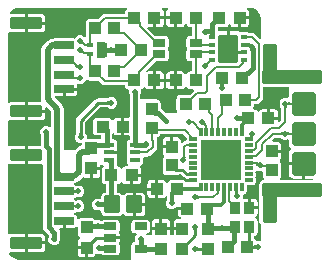
<source format=gbr>
G04*
G04 #@! TF.GenerationSoftware,Altium Limited,Altium Designer,24.7.2 (38)*
G04*
G04 Layer_Physical_Order=1*
G04 Layer_Color=12429013*
%FSLAX25Y25*%
%MOIN*%
G70*
G04*
G04 #@! TF.SameCoordinates,0AE953C0-7C88-47E9-B79E-664DAA7B62C1*
G04*
G04*
G04 #@! TF.FilePolarity,Positive*
G04*
G01*
G75*
%ADD13C,0.01575*%
G04:AMPARAMS|DCode=19|XSize=23.62mil|YSize=11.81mil|CornerRadius=0.59mil|HoleSize=0mil|Usage=FLASHONLY|Rotation=180.000|XOffset=0mil|YOffset=0mil|HoleType=Round|Shape=RoundedRectangle|*
%AMROUNDEDRECTD19*
21,1,0.02362,0.01063,0,0,180.0*
21,1,0.02244,0.01181,0,0,180.0*
1,1,0.00118,-0.01122,0.00532*
1,1,0.00118,0.01122,0.00532*
1,1,0.00118,0.01122,-0.00532*
1,1,0.00118,-0.01122,-0.00532*
%
%ADD19ROUNDEDRECTD19*%
G04:AMPARAMS|DCode=20|XSize=23.62mil|YSize=11.81mil|CornerRadius=0.59mil|HoleSize=0mil|Usage=FLASHONLY|Rotation=90.000|XOffset=0mil|YOffset=0mil|HoleType=Round|Shape=RoundedRectangle|*
%AMROUNDEDRECTD20*
21,1,0.02362,0.01063,0,0,90.0*
21,1,0.02244,0.01181,0,0,90.0*
1,1,0.00118,0.00532,0.01122*
1,1,0.00118,0.00532,-0.01122*
1,1,0.00118,-0.00532,-0.01122*
1,1,0.00118,-0.00532,0.01122*
%
%ADD20ROUNDEDRECTD20*%
G04:AMPARAMS|DCode=21|XSize=35.43mil|YSize=15.75mil|CornerRadius=1.18mil|HoleSize=0mil|Usage=FLASHONLY|Rotation=0.000|XOffset=0mil|YOffset=0mil|HoleType=Round|Shape=RoundedRectangle|*
%AMROUNDEDRECTD21*
21,1,0.03543,0.01339,0,0,0.0*
21,1,0.03307,0.01575,0,0,0.0*
1,1,0.00236,0.01654,-0.00669*
1,1,0.00236,-0.01654,-0.00669*
1,1,0.00236,-0.01654,0.00669*
1,1,0.00236,0.01654,0.00669*
%
%ADD21ROUNDEDRECTD21*%
G04:AMPARAMS|DCode=22|XSize=43.31mil|YSize=39.37mil|CornerRadius=2.95mil|HoleSize=0mil|Usage=FLASHONLY|Rotation=180.000|XOffset=0mil|YOffset=0mil|HoleType=Round|Shape=RoundedRectangle|*
%AMROUNDEDRECTD22*
21,1,0.04331,0.03347,0,0,180.0*
21,1,0.03740,0.03937,0,0,180.0*
1,1,0.00591,-0.01870,0.01673*
1,1,0.00591,0.01870,0.01673*
1,1,0.00591,0.01870,-0.01673*
1,1,0.00591,-0.01870,-0.01673*
%
%ADD22ROUNDEDRECTD22*%
G04:AMPARAMS|DCode=23|XSize=39.37mil|YSize=35.43mil|CornerRadius=1.77mil|HoleSize=0mil|Usage=FLASHONLY|Rotation=90.000|XOffset=0mil|YOffset=0mil|HoleType=Round|Shape=RoundedRectangle|*
%AMROUNDEDRECTD23*
21,1,0.03937,0.03189,0,0,90.0*
21,1,0.03583,0.03543,0,0,90.0*
1,1,0.00354,0.01595,0.01791*
1,1,0.00354,0.01595,-0.01791*
1,1,0.00354,-0.01595,-0.01791*
1,1,0.00354,-0.01595,0.01791*
%
%ADD23ROUNDEDRECTD23*%
G04:AMPARAMS|DCode=24|XSize=64.96mil|YSize=96.46mil|CornerRadius=4.87mil|HoleSize=0mil|Usage=FLASHONLY|Rotation=180.000|XOffset=0mil|YOffset=0mil|HoleType=Round|Shape=RoundedRectangle|*
%AMROUNDEDRECTD24*
21,1,0.06496,0.08671,0,0,180.0*
21,1,0.05522,0.09646,0,0,180.0*
1,1,0.00974,-0.02761,0.04336*
1,1,0.00974,0.02761,0.04336*
1,1,0.00974,0.02761,-0.04336*
1,1,0.00974,-0.02761,-0.04336*
%
%ADD24ROUNDEDRECTD24*%
G04:AMPARAMS|DCode=25|XSize=20.67mil|YSize=11.81mil|CornerRadius=0.89mil|HoleSize=0mil|Usage=FLASHONLY|Rotation=180.000|XOffset=0mil|YOffset=0mil|HoleType=Round|Shape=RoundedRectangle|*
%AMROUNDEDRECTD25*
21,1,0.02067,0.01004,0,0,180.0*
21,1,0.01890,0.01181,0,0,180.0*
1,1,0.00177,-0.00945,0.00502*
1,1,0.00177,0.00945,0.00502*
1,1,0.00177,0.00945,-0.00502*
1,1,0.00177,-0.00945,-0.00502*
%
%ADD25ROUNDEDRECTD25*%
G04:AMPARAMS|DCode=26|XSize=41.34mil|YSize=23.62mil|CornerRadius=1.18mil|HoleSize=0mil|Usage=FLASHONLY|Rotation=0.000|XOffset=0mil|YOffset=0mil|HoleType=Round|Shape=RoundedRectangle|*
%AMROUNDEDRECTD26*
21,1,0.04134,0.02126,0,0,0.0*
21,1,0.03898,0.02362,0,0,0.0*
1,1,0.00236,0.01949,-0.01063*
1,1,0.00236,-0.01949,-0.01063*
1,1,0.00236,-0.01949,0.01063*
1,1,0.00236,0.01949,0.01063*
%
%ADD26ROUNDEDRECTD26*%
G04:AMPARAMS|DCode=27|XSize=43.31mil|YSize=23.62mil|CornerRadius=1.18mil|HoleSize=0mil|Usage=FLASHONLY|Rotation=0.000|XOffset=0mil|YOffset=0mil|HoleType=Round|Shape=RoundedRectangle|*
%AMROUNDEDRECTD27*
21,1,0.04331,0.02126,0,0,0.0*
21,1,0.04095,0.02362,0,0,0.0*
1,1,0.00236,0.02047,-0.01063*
1,1,0.00236,-0.02047,-0.01063*
1,1,0.00236,-0.02047,0.01063*
1,1,0.00236,0.02047,0.01063*
%
%ADD27ROUNDEDRECTD27*%
G04:AMPARAMS|DCode=28|XSize=23.62mil|YSize=66.93mil|CornerRadius=1.18mil|HoleSize=0mil|Usage=FLASHONLY|Rotation=270.000|XOffset=0mil|YOffset=0mil|HoleType=Round|Shape=RoundedRectangle|*
%AMROUNDEDRECTD28*
21,1,0.02362,0.06457,0,0,270.0*
21,1,0.02126,0.06693,0,0,270.0*
1,1,0.00236,-0.03228,-0.01063*
1,1,0.00236,-0.03228,0.01063*
1,1,0.00236,0.03228,0.01063*
1,1,0.00236,0.03228,-0.01063*
%
%ADD28ROUNDEDRECTD28*%
G04:AMPARAMS|DCode=29|XSize=39.37mil|YSize=106.3mil|CornerRadius=1.97mil|HoleSize=0mil|Usage=FLASHONLY|Rotation=270.000|XOffset=0mil|YOffset=0mil|HoleType=Round|Shape=RoundedRectangle|*
%AMROUNDEDRECTD29*
21,1,0.03937,0.10236,0,0,270.0*
21,1,0.03543,0.10630,0,0,270.0*
1,1,0.00394,-0.05118,-0.01772*
1,1,0.00394,-0.05118,0.01772*
1,1,0.00394,0.05118,0.01772*
1,1,0.00394,0.05118,-0.01772*
%
%ADD29ROUNDEDRECTD29*%
G04:AMPARAMS|DCode=30|XSize=39.37mil|YSize=43.31mil|CornerRadius=2.95mil|HoleSize=0mil|Usage=FLASHONLY|Rotation=270.000|XOffset=0mil|YOffset=0mil|HoleType=Round|Shape=RoundedRectangle|*
%AMROUNDEDRECTD30*
21,1,0.03937,0.03740,0,0,270.0*
21,1,0.03347,0.04331,0,0,270.0*
1,1,0.00591,-0.01870,-0.01673*
1,1,0.00591,-0.01870,0.01673*
1,1,0.00591,0.01870,0.01673*
1,1,0.00591,0.01870,-0.01673*
%
%ADD30ROUNDEDRECTD30*%
G04:AMPARAMS|DCode=31|XSize=51.18mil|YSize=59.06mil|CornerRadius=3.84mil|HoleSize=0mil|Usage=FLASHONLY|Rotation=180.000|XOffset=0mil|YOffset=0mil|HoleType=Round|Shape=RoundedRectangle|*
%AMROUNDEDRECTD31*
21,1,0.05118,0.05138,0,0,180.0*
21,1,0.04350,0.05906,0,0,180.0*
1,1,0.00768,-0.02175,0.02569*
1,1,0.00768,0.02175,0.02569*
1,1,0.00768,0.02175,-0.02569*
1,1,0.00768,-0.02175,-0.02569*
%
%ADD31ROUNDEDRECTD31*%
G04:AMPARAMS|DCode=32|XSize=196.85mil|YSize=47.24mil|CornerRadius=3.54mil|HoleSize=0mil|Usage=FLASHONLY|Rotation=0.000|XOffset=0mil|YOffset=0mil|HoleType=Round|Shape=RoundedRectangle|*
%AMROUNDEDRECTD32*
21,1,0.19685,0.04016,0,0,0.0*
21,1,0.18976,0.04724,0,0,0.0*
1,1,0.00709,0.09488,-0.02008*
1,1,0.00709,-0.09488,-0.02008*
1,1,0.00709,-0.09488,0.02008*
1,1,0.00709,0.09488,0.02008*
%
%ADD32ROUNDEDRECTD32*%
G04:AMPARAMS|DCode=33|XSize=78.74mil|YSize=78.74mil|CornerRadius=5.91mil|HoleSize=0mil|Usage=FLASHONLY|Rotation=0.000|XOffset=0mil|YOffset=0mil|HoleType=Round|Shape=RoundedRectangle|*
%AMROUNDEDRECTD33*
21,1,0.07874,0.06693,0,0,0.0*
21,1,0.06693,0.07874,0,0,0.0*
1,1,0.01181,0.03347,-0.03347*
1,1,0.01181,-0.03347,-0.03347*
1,1,0.01181,-0.03347,0.03347*
1,1,0.01181,0.03347,0.03347*
%
%ADD33ROUNDEDRECTD33*%
G04:AMPARAMS|DCode=34|XSize=98.43mil|YSize=47.24mil|CornerRadius=3.54mil|HoleSize=0mil|Usage=FLASHONLY|Rotation=90.000|XOffset=0mil|YOffset=0mil|HoleType=Round|Shape=RoundedRectangle|*
%AMROUNDEDRECTD34*
21,1,0.09843,0.04016,0,0,90.0*
21,1,0.09134,0.04724,0,0,90.0*
1,1,0.00709,0.02008,0.04567*
1,1,0.00709,0.02008,-0.04567*
1,1,0.00709,-0.02008,-0.04567*
1,1,0.00709,-0.02008,0.04567*
%
%ADD34ROUNDEDRECTD34*%
G04:AMPARAMS|DCode=35|XSize=39.37mil|YSize=43.31mil|CornerRadius=2.95mil|HoleSize=0mil|Usage=FLASHONLY|Rotation=0.000|XOffset=0mil|YOffset=0mil|HoleType=Round|Shape=RoundedRectangle|*
%AMROUNDEDRECTD35*
21,1,0.03937,0.03740,0,0,0.0*
21,1,0.03347,0.04331,0,0,0.0*
1,1,0.00591,0.01673,-0.01870*
1,1,0.00591,-0.01673,-0.01870*
1,1,0.00591,-0.01673,0.01870*
1,1,0.00591,0.01673,0.01870*
%
%ADD35ROUNDEDRECTD35*%
G04:AMPARAMS|DCode=36|XSize=15.75mil|YSize=21.65mil|CornerRadius=0.79mil|HoleSize=0mil|Usage=FLASHONLY|Rotation=90.000|XOffset=0mil|YOffset=0mil|HoleType=Round|Shape=RoundedRectangle|*
%AMROUNDEDRECTD36*
21,1,0.01575,0.02008,0,0,90.0*
21,1,0.01417,0.02165,0,0,90.0*
1,1,0.00158,0.01004,0.00709*
1,1,0.00158,0.01004,-0.00709*
1,1,0.00158,-0.01004,-0.00709*
1,1,0.00158,-0.01004,0.00709*
%
%ADD36ROUNDEDRECTD36*%
G04:AMPARAMS|DCode=37|XSize=43.31mil|YSize=39.37mil|CornerRadius=2.95mil|HoleSize=0mil|Usage=FLASHONLY|Rotation=90.000|XOffset=0mil|YOffset=0mil|HoleType=Round|Shape=RoundedRectangle|*
%AMROUNDEDRECTD37*
21,1,0.04331,0.03347,0,0,90.0*
21,1,0.03740,0.03937,0,0,90.0*
1,1,0.00591,0.01673,0.01870*
1,1,0.00591,0.01673,-0.01870*
1,1,0.00591,-0.01673,-0.01870*
1,1,0.00591,-0.01673,0.01870*
%
%ADD37ROUNDEDRECTD37*%
G04:AMPARAMS|DCode=58|XSize=135.83mil|YSize=135.83mil|CornerRadius=3.4mil|HoleSize=0mil|Usage=FLASHONLY|Rotation=90.000|XOffset=0mil|YOffset=0mil|HoleType=Round|Shape=RoundedRectangle|*
%AMROUNDEDRECTD58*
21,1,0.13583,0.12903,0,0,90.0*
21,1,0.12903,0.13583,0,0,90.0*
1,1,0.00679,0.06452,0.06452*
1,1,0.00679,0.06452,-0.06452*
1,1,0.00679,-0.06452,-0.06452*
1,1,0.00679,-0.06452,0.06452*
%
%ADD58ROUNDEDRECTD58*%
%AMCUSTOMSHAPE59*
4,1,12,0.02165,-0.02362,0.01181,-0.02362,0.01181,-0.02559,-0.01181,-0.02559,-0.01181,0.02559,0.01181,0.02559,0.01181,0.02362,0.02165,0.02362,0.02165,0.00787,0.01181,0.00787,0.01181,-0.00787,0.02165,-0.00787,0.02165,-0.02362,0.0*%
%ADD59CUSTOMSHAPE59*%

%ADD60C,0.00620*%
%ADD61C,0.01772*%
%ADD62C,0.00618*%
%ADD63C,0.00799*%
%ADD64C,0.02165*%
%ADD65C,0.01000*%
%ADD66C,0.01968*%
%ADD67C,0.01181*%
%ADD68C,0.01968*%
G36*
X171456Y139904D02*
X171443Y139901D01*
X171015Y139615D01*
X170729Y139187D01*
X170628Y138681D01*
Y138344D01*
X163976D01*
X163465Y138242D01*
X163032Y137952D01*
X161735Y136655D01*
X158957D01*
X158451Y136555D01*
X158023Y136268D01*
X157737Y135840D01*
X157636Y135335D01*
Y131595D01*
X157737Y131089D01*
X157740Y131083D01*
X157694Y130772D01*
X157389Y130639D01*
X157167Y130624D01*
X156832Y130959D01*
X156103Y131261D01*
X155314D01*
X154584Y130959D01*
X154026Y130401D01*
X153902Y130100D01*
X153622Y130156D01*
X147165D01*
X146729Y130069D01*
X146593Y129978D01*
X146375D01*
X145562Y129816D01*
X144873Y129356D01*
X143380Y127863D01*
X142920Y127174D01*
X142758Y126362D01*
Y109843D01*
X142847Y109397D01*
X142453Y108897D01*
X138295D01*
Y106405D01*
X144134D01*
Y106934D01*
X144596Y107126D01*
X146019Y105702D01*
Y100747D01*
X145519Y100539D01*
X144883Y100803D01*
X144093D01*
X143364Y100501D01*
X142806Y99943D01*
X142503Y99214D01*
Y98424D01*
X142565Y98276D01*
Y94331D01*
X138295D01*
Y91339D01*
Y88347D01*
X142913D01*
X142966Y88357D01*
X143353Y88040D01*
Y67323D01*
X143499Y66587D01*
X143916Y65963D01*
X145246Y64633D01*
Y63750D01*
X145185Y63601D01*
Y62812D01*
X145487Y62083D01*
X146045Y61524D01*
X146774Y61222D01*
X147564D01*
X148293Y61524D01*
X148851Y62083D01*
X149153Y62812D01*
Y63601D01*
X149091Y63750D01*
Y65430D01*
X148945Y66166D01*
X148663Y66588D01*
X148912Y67088D01*
X149894D01*
Y69291D01*
X150894D01*
Y67088D01*
X153622D01*
X154058Y67175D01*
X154380Y67390D01*
X154605Y67335D01*
X154880Y67199D01*
Y65256D01*
X154981Y64750D01*
X155267Y64322D01*
X155695Y64036D01*
X155702Y64034D01*
Y63525D01*
X155695Y63523D01*
X155267Y63237D01*
X154981Y62809D01*
X154880Y62303D01*
Y60933D01*
X157874D01*
Y60433D01*
X158374D01*
Y57242D01*
X159547D01*
X160053Y57343D01*
X160481Y57629D01*
X160767Y58058D01*
X160783Y58136D01*
X161224Y58372D01*
X161513Y58252D01*
X161820D01*
X162006Y58215D01*
X162865D01*
X162895Y58170D01*
X163265Y57923D01*
X163701Y57836D01*
X167795D01*
X168231Y57923D01*
X168601Y58170D01*
X168849Y58540D01*
X168935Y58976D01*
Y61102D01*
X168849Y61539D01*
X168601Y61909D01*
Y61910D01*
X168849Y62280D01*
X168935Y62717D01*
Y63279D01*
X165748D01*
Y64280D01*
X168935D01*
Y64842D01*
X168849Y65279D01*
X168602Y65650D01*
X168849Y66020D01*
X168935Y66457D01*
Y68583D01*
X168849Y69019D01*
X168601Y69389D01*
X168231Y69636D01*
X167795Y69723D01*
X163701D01*
X163265Y69636D01*
X162975Y69442D01*
X162829D01*
X162206Y69701D01*
X161416D01*
X161177Y69602D01*
X160700D01*
X160481Y69930D01*
X160053Y70216D01*
X159547Y70317D01*
X156201D01*
X155695Y70216D01*
X155267Y69930D01*
X155262Y69923D01*
X154762Y70074D01*
Y70354D01*
X154675Y70791D01*
X154428Y71161D01*
X154058Y71408D01*
X153681Y71483D01*
Y72021D01*
X154058Y72096D01*
X154426Y72342D01*
X154771Y72199D01*
X155561D01*
X156290Y72501D01*
X156848Y73059D01*
X157150Y73789D01*
Y74578D01*
X156848Y75307D01*
X156290Y75865D01*
X155561Y76168D01*
X154771D01*
X154458Y76038D01*
X154428Y76082D01*
X154058Y76329D01*
X153681Y76404D01*
Y76943D01*
X154058Y77018D01*
X154428Y77265D01*
X154432Y77270D01*
X154723Y77150D01*
X155513D01*
X156242Y77452D01*
X156800Y78010D01*
X157102Y78739D01*
Y79528D01*
X156800Y80258D01*
X156242Y80816D01*
X155513Y81118D01*
X154723D01*
X154432Y80997D01*
X154428Y81003D01*
X154058Y81250D01*
X153622Y81337D01*
Y81852D01*
X154058Y81939D01*
X154346Y82131D01*
X154651Y82192D01*
X155340Y82652D01*
X156423Y83735D01*
X156842Y84007D01*
X157270Y83721D01*
X157776Y83620D01*
X158949D01*
Y86811D01*
X159449D01*
Y87311D01*
X162443D01*
Y87868D01*
X162718Y88004D01*
X162943Y88059D01*
X163265Y87844D01*
X163460Y87805D01*
X163566Y87275D01*
X163380Y87150D01*
X163093Y86722D01*
X162993Y86216D01*
Y82870D01*
X163093Y82365D01*
X163380Y81936D01*
X163808Y81650D01*
X164261Y81560D01*
Y78783D01*
X164163D01*
X163623Y78676D01*
X163166Y78370D01*
X162860Y77912D01*
X162752Y77372D01*
Y76981D01*
X162252Y76768D01*
X162206Y76787D01*
X161416D01*
X160687Y76485D01*
X160129Y75927D01*
X159827Y75198D01*
Y74409D01*
X160129Y73679D01*
X160687Y73121D01*
X161416Y72819D01*
X162206D01*
X162252Y72838D01*
X162752Y72625D01*
Y72234D01*
X162860Y71694D01*
X163166Y71236D01*
X163623Y70931D01*
X164163Y70823D01*
X168514D01*
X169054Y70931D01*
X169511Y71236D01*
X169817Y71694D01*
X169824Y71727D01*
X170334D01*
X170340Y71694D01*
X170646Y71236D01*
X171104Y70931D01*
X171644Y70823D01*
X173319D01*
Y74803D01*
Y78783D01*
X171644D01*
X171104Y78676D01*
X170646Y78370D01*
X170340Y77912D01*
X170334Y77879D01*
X169824D01*
X169817Y77912D01*
X169511Y78370D01*
X169054Y78676D01*
X168514Y78783D01*
X168106D01*
Y81560D01*
X168559Y81650D01*
X168987Y81936D01*
X169274Y82365D01*
X169275Y82371D01*
X169785D01*
X169786Y82365D01*
X170072Y81936D01*
X170501Y81650D01*
X171006Y81549D01*
X172376D01*
Y84543D01*
X172876D01*
Y85043D01*
X176067D01*
Y86216D01*
X175967Y86722D01*
X175680Y87150D01*
X175520Y87258D01*
X175668Y87754D01*
X175671Y87758D01*
X176105Y87844D01*
X176475Y88091D01*
X176723Y88461D01*
X176809Y88898D01*
Y90236D01*
X177227Y90699D01*
X178174D01*
X178174Y90699D01*
X178720Y90808D01*
X179183Y91117D01*
X180952Y92885D01*
X180952Y92885D01*
X181261Y93348D01*
X181370Y93894D01*
Y96064D01*
X181370Y96064D01*
X181261Y96610D01*
X181200Y96703D01*
X181200Y96782D01*
X181436Y97250D01*
X181706Y97303D01*
X182135Y97590D01*
X182421Y98018D01*
X182453Y98179D01*
X189960D01*
X191302Y96837D01*
Y96479D01*
X191019Y96112D01*
X190473Y96003D01*
X190010Y95694D01*
X190010Y95694D01*
X189714Y95398D01*
X189214Y95605D01*
Y95964D01*
X189114Y96470D01*
X188828Y96898D01*
X188399Y97185D01*
X187894Y97285D01*
X186721D01*
Y94095D01*
X186221D01*
Y93594D01*
X183227D01*
Y92224D01*
X183327Y91719D01*
X183613Y91291D01*
X183681Y91246D01*
Y90644D01*
X183613Y90599D01*
X183327Y90171D01*
X183227Y89665D01*
Y85925D01*
X183327Y85420D01*
X183613Y84991D01*
X184042Y84705D01*
X184547Y84605D01*
X187894D01*
X188399Y84705D01*
X188684Y84896D01*
X189182D01*
X190226Y83852D01*
X190722Y83520D01*
X191302Y83405D01*
Y82671D01*
X190802Y82519D01*
X190796Y82528D01*
X190368Y82815D01*
X189862Y82915D01*
X186122D01*
X185617Y82815D01*
X185188Y82528D01*
X184902Y82100D01*
X184901Y82093D01*
X184391D01*
X184389Y82100D01*
X184103Y82528D01*
X183675Y82815D01*
X183169Y82915D01*
X181799D01*
Y79921D01*
Y76927D01*
X183169D01*
X183675Y77028D01*
X184103Y77314D01*
X184318Y77636D01*
X184818Y77531D01*
Y76601D01*
X184538Y76321D01*
X184236Y75591D01*
Y74802D01*
X184538Y74073D01*
X185097Y73515D01*
X185826Y73213D01*
X186615D01*
X187345Y73515D01*
X187764Y73935D01*
X187799Y73921D01*
X191455D01*
Y72921D01*
X188264D01*
Y71748D01*
X188365Y71242D01*
X188651Y70814D01*
X189080Y70528D01*
X189396Y70465D01*
X189347Y69965D01*
X188176D01*
X187671Y69864D01*
X187242Y69578D01*
X186956Y69149D01*
X186855Y68644D01*
Y67274D01*
X189849D01*
Y66274D01*
X186855D01*
Y64904D01*
X186565Y64550D01*
X185927D01*
X185671Y64862D01*
Y66232D01*
X182677D01*
X179683D01*
Y64862D01*
X179427Y64550D01*
X177969D01*
X177969Y64550D01*
X177790Y64594D01*
X177663Y64817D01*
X177953Y65317D01*
X178032D01*
X178468Y65403D01*
X178838Y65651D01*
X179085Y66020D01*
X179172Y66457D01*
Y68583D01*
X179085Y69019D01*
X178838Y69389D01*
X178468Y69636D01*
X178032Y69723D01*
X173937D01*
X173501Y69636D01*
X173131Y69389D01*
X172884Y69019D01*
X172797Y68583D01*
Y66457D01*
X172884Y66020D01*
X173131Y65651D01*
X173501Y65403D01*
X173937Y65317D01*
X174402D01*
X174609Y64817D01*
X174302Y64510D01*
X174000Y63780D01*
Y62991D01*
X174062Y62843D01*
Y62242D01*
X173937D01*
X173501Y62156D01*
X173131Y61909D01*
X172884Y61539D01*
X172797Y61102D01*
Y58976D01*
X172820Y58862D01*
X172817Y58858D01*
X172817D01*
Y56496D01*
X172337Y56447D01*
X135433D01*
X135060Y56447D01*
X134328Y56592D01*
X133638Y56878D01*
X133017Y57293D01*
X132490Y57821D01*
X132075Y58441D01*
X131974Y58685D01*
X132031Y58787D01*
X132351Y59081D01*
X132677Y59016D01*
X137295D01*
Y62008D01*
Y65000D01*
X132677D01*
X132210Y64907D01*
X132143Y64862D01*
X131643Y65130D01*
Y88217D01*
X132143Y88484D01*
X132210Y88440D01*
X132677Y88347D01*
X137295D01*
Y91339D01*
Y94331D01*
X132677D01*
X132210Y94238D01*
X132143Y94193D01*
X131643Y94460D01*
X131643Y102784D01*
X132143Y103051D01*
X132210Y103006D01*
X132677Y102914D01*
X137295D01*
Y105905D01*
Y108897D01*
X132677D01*
X132210Y108805D01*
X132143Y108760D01*
X131643Y109027D01*
Y132115D01*
X132143Y132382D01*
X132210Y132337D01*
X132677Y132244D01*
X137295D01*
Y135236D01*
Y138228D01*
X132677D01*
X132536Y138200D01*
X132236Y138650D01*
X132490Y139030D01*
X133017Y139558D01*
X133638Y139972D01*
X134328Y140258D01*
X135060Y140404D01*
X135433Y140404D01*
X171407Y140404D01*
X171456Y139904D01*
D02*
G37*
G36*
X212578Y140404D02*
X213310Y140258D01*
X214000Y139972D01*
X214620Y139558D01*
X215148Y139030D01*
X215563Y138409D01*
X215849Y137720D01*
X215994Y136987D01*
X215994Y130172D01*
X215532Y129981D01*
X213958Y131555D01*
X213525Y131844D01*
X213014Y131946D01*
X212137D01*
X211850Y132138D01*
X211425Y132222D01*
X209535D01*
X209111Y132138D01*
X209020Y132077D01*
X208951Y132179D01*
X208459Y132508D01*
X207879Y132624D01*
X205618D01*
Y126772D01*
X204618D01*
Y132624D01*
X202357D01*
X202078Y132568D01*
X201969Y132598D01*
X201585Y132925D01*
X201578Y132940D01*
Y134014D01*
X204035D01*
X204541Y134115D01*
X204969Y134401D01*
X205256Y134829D01*
X205257Y134836D01*
X205767D01*
X205768Y134829D01*
X206054Y134401D01*
X206483Y134115D01*
X206988Y134014D01*
X208358D01*
Y137008D01*
X208858D01*
Y137508D01*
X212049D01*
Y138681D01*
X211948Y139187D01*
X211662Y139615D01*
X211234Y139901D01*
X211221Y139904D01*
X211270Y140404D01*
X212205D01*
X212578Y140404D01*
D02*
G37*
G36*
X185236Y139904D02*
X185223Y139901D01*
X184794Y139615D01*
X184508Y139187D01*
X184408Y138681D01*
Y137508D01*
X187598D01*
Y137008D01*
X188098D01*
Y134014D01*
X189469D01*
X189974Y134115D01*
X190402Y134401D01*
X190689Y134829D01*
X190690Y134836D01*
X191200D01*
X191201Y134829D01*
X191487Y134401D01*
X191916Y134115D01*
X192421Y134014D01*
X192946D01*
Y130943D01*
X192244D01*
X191808Y130856D01*
X191438Y130609D01*
X191191Y130239D01*
X191104Y129803D01*
Y127677D01*
X191191Y127241D01*
X191438Y126871D01*
Y126672D01*
X191191Y126302D01*
X191104Y125866D01*
Y123740D01*
X191191Y123304D01*
X191438Y122934D01*
X191808Y122687D01*
X192244Y122600D01*
X192946D01*
Y119136D01*
X192421D01*
X191916Y119035D01*
X191487Y118749D01*
X191201Y118320D01*
X191200Y118314D01*
X190690D01*
X190689Y118320D01*
X190402Y118749D01*
X189974Y119035D01*
X189469Y119136D01*
X188098D01*
Y116142D01*
Y113148D01*
X189469D01*
X189974Y113248D01*
X190402Y113535D01*
X190689Y113963D01*
X190690Y113970D01*
X191200D01*
X191201Y113963D01*
X191487Y113535D01*
X191916Y113248D01*
X192421Y113148D01*
X193426D01*
X193633Y112648D01*
X192247Y111262D01*
X189075D01*
X188569Y111161D01*
X188141Y110875D01*
X187855Y110446D01*
X187754Y109941D01*
Y106595D01*
X187855Y106089D01*
X188050Y105797D01*
X187875Y105351D01*
X187828Y105297D01*
X184430D01*
X182954Y106773D01*
X182521Y107062D01*
Y108563D01*
X182421Y109068D01*
X182135Y109497D01*
X181706Y109783D01*
X181201Y109884D01*
X177854D01*
X177594Y109832D01*
X177559Y109860D01*
Y109860D01*
X175838D01*
Y111404D01*
X176000Y111794D01*
Y112584D01*
X175911Y112798D01*
X176147Y113239D01*
X176194Y113248D01*
X176623Y113535D01*
X176909Y113963D01*
X176910Y113970D01*
X177420D01*
X177422Y113963D01*
X177708Y113535D01*
X178136Y113248D01*
X178642Y113148D01*
X180012D01*
Y116142D01*
Y119136D01*
X178642D01*
X178136Y119035D01*
X178104Y119014D01*
X177786Y119402D01*
X180984Y122600D01*
X184134D01*
X184570Y122687D01*
X184940Y122934D01*
X185187Y123304D01*
X185274Y123740D01*
Y125866D01*
X185187Y126302D01*
X185126Y126394D01*
X184979Y126772D01*
X185126Y127149D01*
X185187Y127241D01*
X185274Y127677D01*
Y129803D01*
X185187Y130239D01*
X184940Y130609D01*
X184570Y130856D01*
X184134Y130943D01*
X181333D01*
X181314Y130947D01*
X180784D01*
X178124Y133607D01*
X178371Y134068D01*
X178642Y134014D01*
X180012D01*
Y137008D01*
X180512D01*
Y137508D01*
X183703D01*
Y138681D01*
X183602Y139187D01*
X183316Y139615D01*
X182887Y139901D01*
X182875Y139904D01*
X182924Y140404D01*
X185186D01*
X185236Y139904D01*
D02*
G37*
G36*
X156700Y129321D02*
X156751Y129123D01*
X156783Y129031D01*
X156820Y128944D01*
X156861Y128862D01*
X156906Y128784D01*
X156957Y128712D01*
X157011Y128644D01*
X157070Y128580D01*
X156708Y128065D01*
X156640Y128127D01*
X156569Y128180D01*
X156494Y128226D01*
X156417Y128262D01*
X156335Y128291D01*
X156251Y128311D01*
X156163Y128322D01*
X156071Y128326D01*
X155976Y128321D01*
X155878Y128307D01*
X156681Y129427D01*
X156700Y129321D01*
D02*
G37*
G36*
X206106Y126708D02*
X206117Y126651D01*
X206136Y126592D01*
X206163Y126530D01*
X206198Y126466D01*
X206240Y126400D01*
X206291Y126330D01*
X206349Y126259D01*
X206489Y126108D01*
X205782Y125401D01*
X205705Y125475D01*
X205559Y125599D01*
X205490Y125650D01*
X205424Y125692D01*
X205360Y125727D01*
X205298Y125754D01*
X205239Y125773D01*
X205182Y125784D01*
X205128Y125787D01*
X206102Y126762D01*
X206106Y126708D01*
D02*
G37*
G36*
X156763Y126277D02*
X156831Y126081D01*
X156870Y125990D01*
X156957Y125823D01*
X157005Y125747D01*
X157056Y125676D01*
X157111Y125610D01*
X157168Y125549D01*
X156857Y124985D01*
X156789Y125048D01*
X156718Y125101D01*
X156644Y125144D01*
X156567Y125178D01*
X156487Y125203D01*
X156405Y125219D01*
X156320Y125225D01*
X156232Y125221D01*
X156142Y125209D01*
X156048Y125187D01*
X156733Y126382D01*
X156763Y126277D01*
D02*
G37*
G36*
X198660Y121715D02*
X198593Y121643D01*
X198533Y121570D01*
X198481Y121496D01*
X198437Y121422D01*
X198401Y121346D01*
X198372Y121270D01*
X198352Y121192D01*
X198340Y121114D01*
X198335Y121035D01*
X198338Y120955D01*
X197289Y121848D01*
X197369Y121857D01*
X197448Y121872D01*
X197526Y121894D01*
X197603Y121923D01*
X197679Y121958D01*
X197754Y121999D01*
X197828Y122047D01*
X197902Y122102D01*
X197974Y122163D01*
X198045Y122230D01*
X198660Y121715D01*
D02*
G37*
G36*
X154580Y121454D02*
X154650Y121401D01*
X154720Y121360D01*
X154790Y121331D01*
X154860Y121315D01*
X154930Y121310D01*
X154999Y121317D01*
X155069Y121336D01*
X155138Y121367D01*
X155206Y121410D01*
X154927Y120118D01*
X154893Y120173D01*
X154850Y120235D01*
X154736Y120379D01*
X154496Y120648D01*
X154174Y120979D01*
X154509Y121519D01*
X154580Y121454D01*
D02*
G37*
G36*
X155111Y116252D02*
X155033Y116322D01*
X154953Y116384D01*
X154873Y116439D01*
X154790Y116487D01*
X154708Y116527D01*
X154623Y116560D01*
X154538Y116586D01*
X154452Y116604D01*
X154364Y116615D01*
X154276Y116619D01*
X154249Y117239D01*
X154339Y117243D01*
X154427Y117255D01*
X154513Y117274D01*
X154597Y117301D01*
X154678Y117337D01*
X154758Y117379D01*
X154836Y117430D01*
X154911Y117489D01*
X154985Y117555D01*
X155056Y117629D01*
X155111Y116252D01*
D02*
G37*
G36*
X158451Y116201D02*
X158957Y116101D01*
X161736D01*
X162955Y114882D01*
X162955Y114882D01*
X163388Y114593D01*
X163898Y114491D01*
X163899Y114491D01*
X170628D01*
Y114469D01*
X170729Y113963D01*
X171015Y113535D01*
X171443Y113248D01*
X171741Y113189D01*
X172081Y112703D01*
X172031Y112584D01*
Y111794D01*
X172193Y111404D01*
Y104088D01*
X171807Y103770D01*
X171752Y103781D01*
X170382D01*
Y100787D01*
Y97794D01*
X171752D01*
X171807Y97804D01*
X172193Y97487D01*
Y96461D01*
X171926Y96408D01*
X171556Y96161D01*
X171309Y95791D01*
X171222Y95354D01*
Y94016D01*
X171309Y93580D01*
X171425Y93405D01*
X171309Y93231D01*
X171222Y92795D01*
Y91457D01*
X171309Y91020D01*
X171425Y90847D01*
X171309Y90672D01*
X171222Y90236D01*
Y88898D01*
X171309Y88461D01*
X171556Y88091D01*
X171637Y88037D01*
X171486Y87537D01*
X171006D01*
X170501Y87437D01*
X170072Y87150D01*
X169786Y86722D01*
X169785Y86715D01*
X169275D01*
X169274Y86722D01*
X168987Y87150D01*
X168559Y87437D01*
X168106Y87527D01*
Y88688D01*
X168148Y88898D01*
Y90236D01*
X168061Y90672D01*
X167945Y90847D01*
X168061Y91020D01*
X168148Y91457D01*
Y91626D01*
X165354D01*
Y92626D01*
X168148D01*
Y92795D01*
X168061Y93231D01*
X167945Y93405D01*
X168061Y93580D01*
X168148Y94016D01*
Y95354D01*
X168061Y95791D01*
X167814Y96161D01*
X167444Y96408D01*
X167008Y96494D01*
X166389D01*
Y98311D01*
X166889Y98463D01*
X167078Y98180D01*
X167506Y97894D01*
X168012Y97794D01*
X169382D01*
Y100787D01*
Y103781D01*
X168012D01*
X167506Y103681D01*
X167078Y103394D01*
X166792Y102966D01*
X166790Y102959D01*
X166280D01*
X166279Y102966D01*
X165993Y103394D01*
X165564Y103681D01*
X165059Y103781D01*
X161319D01*
X160813Y103681D01*
X160385Y103394D01*
X160099Y102966D01*
X159998Y102461D01*
Y99114D01*
X160099Y98609D01*
X160385Y98180D01*
X160813Y97894D01*
X161319Y97794D01*
X162744D01*
Y96508D01*
X161757D01*
X161627Y96594D01*
X161122Y96695D01*
X157983D01*
X157899Y96820D01*
Y97610D01*
X157597Y98339D01*
X157444Y98492D01*
Y102132D01*
X162444Y107132D01*
X164865D01*
X165018Y106979D01*
X165747Y106677D01*
X166536D01*
X167266Y106979D01*
X167824Y107537D01*
X168126Y108267D01*
Y109056D01*
X167824Y109785D01*
X167266Y110344D01*
X166536Y110646D01*
X165747D01*
X165018Y110344D01*
X164865Y110191D01*
X161811D01*
X161226Y110074D01*
X160730Y109743D01*
X154833Y103847D01*
X154502Y103350D01*
X154385Y102765D01*
Y98492D01*
X154233Y98339D01*
X153930Y97610D01*
Y96820D01*
X154233Y96091D01*
X154791Y95533D01*
X155520Y95231D01*
X156309D01*
X156455Y95134D01*
Y94533D01*
X155701Y94383D01*
X155012Y93923D01*
X154003Y92913D01*
X150266D01*
Y106582D01*
X150104Y107394D01*
X149644Y108083D01*
X147241Y110486D01*
X147449Y110986D01*
X149894D01*
Y113189D01*
X150394D01*
Y113689D01*
X154762D01*
Y114252D01*
X154675Y114688D01*
X154628Y114759D01*
X154959Y115163D01*
X155392Y114984D01*
X156181D01*
X156910Y115286D01*
X157468Y115845D01*
X157617Y116203D01*
X157685Y116251D01*
X158221Y116355D01*
X158451Y116201D01*
D02*
G37*
G36*
X203504Y115068D02*
X203519Y114877D01*
X203533Y114793D01*
X203550Y114715D01*
X203570Y114646D01*
X203595Y114583D01*
X203623Y114528D01*
X203655Y114480D01*
X203691Y114439D01*
X202313D01*
X202349Y114480D01*
X202381Y114528D01*
X202410Y114583D01*
X202434Y114646D01*
X202455Y114715D01*
X202472Y114793D01*
X202485Y114877D01*
X202495Y114969D01*
X202502Y115174D01*
X203502D01*
X203504Y115068D01*
D02*
G37*
G36*
X225347Y112362D02*
X225347D01*
X225441Y112247D01*
X225347Y111772D01*
Y110628D01*
X224847Y110294D01*
X224568Y110409D01*
X223779D01*
X223049Y110107D01*
X222491Y109549D01*
X222189Y108820D01*
Y108030D01*
X222491Y107301D01*
X222695Y107097D01*
X222739Y107027D01*
X222746Y107019D01*
Y103046D01*
X222157Y102456D01*
X221695Y102647D01*
Y103043D01*
X218504D01*
Y103543D01*
X218004D01*
Y106537D01*
X216634D01*
X216128Y106437D01*
X215700Y106150D01*
X215414Y105722D01*
X215412Y105715D01*
X214903D01*
X214901Y105722D01*
X214615Y106150D01*
X214187Y106437D01*
X213681Y106537D01*
X213583D01*
X213432Y107037D01*
X213434Y107039D01*
X213720Y107467D01*
X213821Y107972D01*
Y108310D01*
X214473D01*
X214984Y108412D01*
X215417Y108701D01*
X216383Y109666D01*
X216672Y110100D01*
X216774Y110611D01*
Y113839D01*
X216890Y113934D01*
X225347D01*
Y112362D01*
D02*
G37*
G36*
X165439Y107972D02*
X165398Y108008D01*
X165350Y108040D01*
X165295Y108069D01*
X165232Y108093D01*
X165162Y108114D01*
X165085Y108131D01*
X165001Y108144D01*
X164909Y108154D01*
X164703Y108161D01*
Y109161D01*
X164810Y109163D01*
X165001Y109178D01*
X165085Y109192D01*
X165162Y109209D01*
X165232Y109229D01*
X165295Y109254D01*
X165350Y109282D01*
X165398Y109315D01*
X165439Y109350D01*
Y107972D01*
D02*
G37*
G36*
X224935Y109059D02*
X224998Y109010D01*
X225066Y108967D01*
X225138Y108929D01*
X225215Y108897D01*
X225296Y108871D01*
X225381Y108851D01*
X225471Y108836D01*
X225565Y108828D01*
X225663Y108825D01*
Y108026D01*
X225565Y108023D01*
X225471Y108014D01*
X225381Y108000D01*
X225296Y107979D01*
X225215Y107953D01*
X225138Y107921D01*
X225066Y107884D01*
X224998Y107840D01*
X224935Y107791D01*
X224876Y107736D01*
Y109114D01*
X224935Y109059D01*
D02*
G37*
G36*
X224807Y107663D02*
X224758Y107600D01*
X224715Y107532D01*
X224677Y107460D01*
X224645Y107384D01*
X224619Y107303D01*
X224599Y107218D01*
X224584Y107128D01*
X224576Y107034D01*
X224573Y106935D01*
X223774D01*
X223771Y107034D01*
X223762Y107128D01*
X223748Y107218D01*
X223727Y107303D01*
X223701Y107384D01*
X223670Y107460D01*
X223632Y107532D01*
X223588Y107600D01*
X223539Y107663D01*
X223484Y107722D01*
X224862D01*
X224807Y107663D01*
D02*
G37*
G36*
X197456Y102286D02*
X197466Y102206D01*
X197483Y102128D01*
X197508Y102050D01*
X197539Y101973D01*
X197578Y101898D01*
X197624Y101823D01*
X197677Y101749D01*
X197738Y101677D01*
X197805Y101605D01*
X197240Y101040D01*
X197169Y101107D01*
X197096Y101168D01*
X197022Y101221D01*
X196948Y101267D01*
X196872Y101306D01*
X196795Y101337D01*
X196718Y101362D01*
X196639Y101379D01*
X196560Y101389D01*
X196479Y101392D01*
X197453Y102366D01*
X197456Y102286D01*
D02*
G37*
G36*
X156417Y98547D02*
X156432Y98356D01*
X156445Y98272D01*
X156462Y98195D01*
X156483Y98125D01*
X156507Y98062D01*
X156536Y98007D01*
X156568Y97959D01*
X156604Y97918D01*
X155226D01*
X155262Y97959D01*
X155294Y98007D01*
X155322Y98062D01*
X155347Y98125D01*
X155367Y98195D01*
X155384Y98272D01*
X155398Y98356D01*
X155407Y98448D01*
X155415Y98654D01*
X156415D01*
X156417Y98547D01*
D02*
G37*
G36*
X224778Y99059D02*
X224841Y99010D01*
X224909Y98967D01*
X224981Y98929D01*
X225057Y98897D01*
X225138Y98871D01*
X225223Y98851D01*
X225313Y98836D01*
X225407Y98828D01*
X225506Y98825D01*
Y98026D01*
X225407Y98023D01*
X225313Y98014D01*
X225223Y98000D01*
X225138Y97979D01*
X225057Y97953D01*
X224981Y97921D01*
X224909Y97884D01*
X224841Y97840D01*
X224778Y97791D01*
X224719Y97736D01*
Y99114D01*
X224778Y99059D01*
D02*
G37*
G36*
X223313Y97736D02*
X223254Y97791D01*
X223191Y97840D01*
X223123Y97884D01*
X223051Y97921D01*
X222974Y97953D01*
X222893Y97979D01*
X222808Y98000D01*
X222718Y98014D01*
X222624Y98023D01*
X222526Y98026D01*
Y98825D01*
X222624Y98828D01*
X222718Y98836D01*
X222808Y98851D01*
X222893Y98871D01*
X222974Y98897D01*
X223051Y98929D01*
X223123Y98967D01*
X223191Y99010D01*
X223254Y99059D01*
X223313Y99114D01*
Y97736D01*
D02*
G37*
G36*
X190789Y91137D02*
X190791Y91039D01*
X190808Y90854D01*
X190823Y90766D01*
X190841Y90682D01*
X190864Y90601D01*
X190892Y90524D01*
X190923Y90450D01*
X190959Y90380D01*
X190998Y90313D01*
X189655Y90620D01*
X189719Y90664D01*
X189776Y90714D01*
X189826Y90771D01*
X189869Y90833D01*
X189906Y90902D01*
X189936Y90977D01*
X189960Y91058D01*
X189976Y91146D01*
X189986Y91239D01*
X189990Y91339D01*
X190789Y91137D01*
D02*
G37*
G36*
X214688Y88982D02*
X214762Y88923D01*
X214835Y88872D01*
X214910Y88830D01*
X214985Y88797D01*
X215060Y88773D01*
X215136Y88757D01*
X215213Y88750D01*
X215290Y88752D01*
X215368Y88762D01*
X214581Y87631D01*
X214565Y87709D01*
X214543Y87786D01*
X214515Y87862D01*
X214482Y87937D01*
X214443Y88011D01*
X214399Y88085D01*
X214348Y88158D01*
X214292Y88231D01*
X214230Y88302D01*
X214162Y88373D01*
X214616Y89050D01*
X214688Y88982D01*
D02*
G37*
G36*
X216374Y88348D02*
X216432Y88294D01*
X216495Y88247D01*
X216563Y88206D01*
X216636Y88171D01*
X216715Y88143D01*
X216798Y88121D01*
X216887Y88105D01*
X216981Y88096D01*
X217080Y88092D01*
X216988Y87293D01*
X216890Y87291D01*
X216796Y87283D01*
X216705Y87270D01*
X216619Y87252D01*
X216536Y87229D01*
X216457Y87201D01*
X216382Y87168D01*
X216310Y87129D01*
X216243Y87086D01*
X216179Y87037D01*
X216322Y88407D01*
X216374Y88348D01*
D02*
G37*
G36*
X222617Y96991D02*
X222688Y96947D01*
X222892Y96743D01*
X223621Y96441D01*
X224410D01*
X224847Y96622D01*
X225347Y96297D01*
Y95079D01*
X225470Y94458D01*
X225822Y93932D01*
X226163Y93704D01*
Y93146D01*
X225822Y92918D01*
X225470Y92392D01*
X225347Y91772D01*
Y88925D01*
X230315D01*
Y88425D01*
X230815D01*
Y83457D01*
X233359D01*
X233378Y83416D01*
X233059Y82916D01*
X222443D01*
X222292Y83416D01*
X222292Y83416D01*
X222578Y83845D01*
X222679Y84350D01*
Y88090D01*
X222578Y88596D01*
X222292Y89024D01*
X222225Y89069D01*
Y89671D01*
X222292Y89716D01*
X222578Y90144D01*
X222679Y90650D01*
Y92020D01*
X219685D01*
Y93020D01*
X222679D01*
Y94390D01*
X222578Y94895D01*
X222292Y95324D01*
X221864Y95610D01*
X221358Y95710D01*
X219866D01*
X219674Y96172D01*
X220500Y96998D01*
X222609D01*
X222617Y96991D01*
D02*
G37*
G36*
X154415Y78445D02*
X154340Y78517D01*
X154263Y78582D01*
X154185Y78639D01*
X154105Y78688D01*
X154024Y78730D01*
X153940Y78764D01*
X153856Y78791D01*
X153770Y78810D01*
X153682Y78821D01*
X153593Y78825D01*
Y79443D01*
X153682Y79447D01*
X153770Y79458D01*
X153856Y79477D01*
X153940Y79504D01*
X154024Y79538D01*
X154105Y79580D01*
X154185Y79629D01*
X154263Y79686D01*
X154340Y79751D01*
X154415Y79823D01*
Y78445D01*
D02*
G37*
G36*
X194911Y77854D02*
X194974Y77804D01*
X195042Y77761D01*
X195114Y77723D01*
X195190Y77692D01*
X195271Y77666D01*
X195357Y77645D01*
X195446Y77631D01*
X195540Y77622D01*
X195639Y77619D01*
Y76820D01*
X195540Y76817D01*
X195446Y76809D01*
X195357Y76794D01*
X195271Y76774D01*
X195190Y76748D01*
X195114Y76716D01*
X195042Y76678D01*
X194974Y76635D01*
X194911Y76586D01*
X194852Y76531D01*
Y77909D01*
X194911Y77854D01*
D02*
G37*
G36*
X187031Y76346D02*
X187049Y75728D01*
X185706Y76036D01*
X185733Y76058D01*
X185757Y76091D01*
X185779Y76133D01*
X185798Y76184D01*
X185813Y76246D01*
X185827Y76317D01*
X185837Y76398D01*
X185848Y76589D01*
X185849Y76699D01*
X187031Y76346D01*
D02*
G37*
G36*
X154463Y73494D02*
X154388Y73566D01*
X154311Y73631D01*
X154233Y73688D01*
X154153Y73737D01*
X154072Y73778D01*
X153989Y73813D01*
X153904Y73839D01*
X153818Y73858D01*
X153730Y73870D01*
X153641Y73873D01*
Y74493D01*
X153730Y74497D01*
X153818Y74509D01*
X153904Y74527D01*
X153989Y74554D01*
X154072Y74588D01*
X154153Y74630D01*
X154233Y74679D01*
X154311Y74736D01*
X154388Y74800D01*
X154463Y74872D01*
Y73494D01*
D02*
G37*
G36*
X194748Y66579D02*
X194715Y66531D01*
X194687Y66476D01*
X194662Y66413D01*
X194642Y66343D01*
X194625Y66266D01*
X194612Y66182D01*
X194602Y66090D01*
X194595Y65885D01*
X193595D01*
X193593Y65991D01*
X193578Y66182D01*
X193564Y66266D01*
X193547Y66343D01*
X193526Y66413D01*
X193502Y66476D01*
X193474Y66531D01*
X193441Y66579D01*
X193405Y66620D01*
X194783D01*
X194748Y66579D01*
D02*
G37*
G36*
X215157Y85811D02*
X215946D01*
X216191Y85913D01*
X216691Y85579D01*
Y84350D01*
X216792Y83845D01*
X217078Y83416D01*
X217078Y83416D01*
X216927Y82916D01*
X216890D01*
X216361Y82811D01*
X215913Y82512D01*
X215614Y82064D01*
X215509Y81535D01*
Y77520D01*
X215509Y77520D01*
Y69055D01*
X215614Y68527D01*
X215913Y68079D01*
X215994Y68025D01*
Y62800D01*
X215579Y62522D01*
X215355Y62614D01*
X214566D01*
X214389Y62709D01*
X214350Y62908D01*
X214063Y63336D01*
X213700Y63579D01*
Y64292D01*
X214145Y64381D01*
X214534Y64641D01*
X214794Y65030D01*
X214886Y65490D01*
Y69072D01*
X214794Y69532D01*
X214534Y69921D01*
X214145Y70181D01*
X213925Y70225D01*
Y70735D01*
X214145Y70778D01*
X214534Y71039D01*
X214794Y71428D01*
X214886Y71887D01*
Y73178D01*
X212091D01*
Y73678D01*
X211591D01*
Y76670D01*
X210497D01*
X210158Y76603D01*
X209869Y76855D01*
X209781Y76999D01*
X209886Y77251D01*
Y78041D01*
X210305Y78335D01*
X210590Y78392D01*
X210941Y78626D01*
X211175Y78977D01*
X211257Y79390D01*
Y81263D01*
X213130D01*
X213543Y81345D01*
X213894Y81579D01*
X214127Y81929D01*
X214210Y82342D01*
Y83406D01*
X214127Y83819D01*
X214101Y83858D01*
X214127Y83898D01*
X214210Y84311D01*
Y85374D01*
X214138Y85733D01*
X214209Y85826D01*
X214260Y85876D01*
X214328Y85921D01*
X214667Y86014D01*
X215157Y85811D01*
D02*
G37*
G36*
X214258Y59941D02*
X214217Y59977D01*
X214169Y60009D01*
X214114Y60037D01*
X214051Y60062D01*
X213981Y60083D01*
X213904Y60100D01*
X213820Y60113D01*
X213728Y60122D01*
X213522Y60130D01*
Y61130D01*
X213629Y61132D01*
X213820Y61147D01*
X213904Y61160D01*
X213981Y61177D01*
X214051Y61198D01*
X214114Y61222D01*
X214169Y61251D01*
X214217Y61283D01*
X214258Y61319D01*
Y59941D01*
D02*
G37*
G36*
X194838Y60496D02*
X194886Y60464D01*
X194941Y60435D01*
X195004Y60411D01*
X195074Y60390D01*
X195151Y60373D01*
X195236Y60360D01*
X195327Y60350D01*
X195533Y60343D01*
Y59342D01*
X195426Y59341D01*
X195236Y59325D01*
X195151Y59312D01*
X195074Y59295D01*
X195004Y59275D01*
X194941Y59250D01*
X194886Y59222D01*
X194838Y59189D01*
X194797Y59153D01*
Y60532D01*
X194838Y60496D01*
D02*
G37*
%LPC*%
G36*
X142913Y138228D02*
X138295D01*
Y135736D01*
X144134D01*
Y137008D01*
X144041Y137475D01*
X143776Y137871D01*
X143380Y138135D01*
X142913Y138228D01*
D02*
G37*
G36*
X144134Y134736D02*
X138295D01*
Y132244D01*
X142913D01*
X143380Y132337D01*
X143776Y132602D01*
X144041Y132998D01*
X144134Y133465D01*
Y134736D01*
D02*
G37*
G36*
Y105405D02*
X138295D01*
Y102914D01*
X142913D01*
X143380Y103006D01*
X143776Y103271D01*
X144041Y103667D01*
X144134Y104134D01*
Y105405D01*
D02*
G37*
G36*
X185721Y97285D02*
X184547D01*
X184042Y97185D01*
X183613Y96898D01*
X183327Y96470D01*
X183227Y95964D01*
Y94595D01*
X185721D01*
Y97285D01*
D02*
G37*
G36*
X162443Y86311D02*
X159949D01*
Y83620D01*
X161122D01*
X161627Y83721D01*
X162056Y84007D01*
X162342Y84436D01*
X162443Y84941D01*
Y86311D01*
D02*
G37*
G36*
X176067Y84043D02*
X173376D01*
Y81549D01*
X174746D01*
X175252Y81650D01*
X175680Y81936D01*
X175967Y82365D01*
X176067Y82870D01*
Y84043D01*
D02*
G37*
G36*
X180799Y82915D02*
X179429D01*
X178924Y82815D01*
X178495Y82528D01*
X178209Y82100D01*
X178109Y81595D01*
Y80421D01*
X180799D01*
Y82915D01*
D02*
G37*
G36*
Y79421D02*
X178109D01*
Y78248D01*
X178209Y77743D01*
X178495Y77314D01*
X178924Y77028D01*
X179429Y76927D01*
X180799D01*
Y79421D01*
D02*
G37*
G36*
X175994Y78783D02*
X174319D01*
Y75303D01*
X177405D01*
Y77372D01*
X177298Y77912D01*
X176992Y78370D01*
X176534Y78676D01*
X175994Y78783D01*
D02*
G37*
G36*
X177405Y74303D02*
X174319D01*
Y70823D01*
X175994D01*
X176534Y70931D01*
X176992Y71236D01*
X177298Y71694D01*
X177405Y72234D01*
Y74303D01*
D02*
G37*
G36*
X184350Y69923D02*
X183177D01*
Y67232D01*
X185671D01*
Y68602D01*
X185571Y69108D01*
X185284Y69536D01*
X184856Y69823D01*
X184350Y69923D01*
D02*
G37*
G36*
X182177D02*
X181004D01*
X180499Y69823D01*
X180070Y69536D01*
X179784Y69108D01*
X179683Y68602D01*
Y67232D01*
X182177D01*
Y69923D01*
D02*
G37*
G36*
X142913Y65000D02*
X138295D01*
Y62508D01*
X144134D01*
Y63779D01*
X144041Y64246D01*
X143776Y64642D01*
X143380Y64907D01*
X142913Y65000D01*
D02*
G37*
G36*
X144134Y61508D02*
X138295D01*
Y59016D01*
X142913D01*
X143380Y59109D01*
X143776Y59373D01*
X144041Y59769D01*
X144134Y60236D01*
Y61508D01*
D02*
G37*
G36*
X157374Y59933D02*
X154880D01*
Y58563D01*
X154981Y58058D01*
X155267Y57629D01*
X155695Y57343D01*
X156201Y57242D01*
X157374D01*
Y59933D01*
D02*
G37*
G36*
X212049Y136508D02*
X209358D01*
Y134014D01*
X210728D01*
X211234Y134115D01*
X211662Y134401D01*
X211948Y134829D01*
X212049Y135335D01*
Y136508D01*
D02*
G37*
G36*
X187098Y136508D02*
X184408D01*
Y135335D01*
X184508Y134829D01*
X184794Y134401D01*
X185223Y134115D01*
X185728Y134014D01*
X187098D01*
Y136508D01*
D02*
G37*
G36*
X183703Y136508D02*
X181012D01*
Y134014D01*
X182382D01*
X182887Y134115D01*
X183316Y134401D01*
X183602Y134829D01*
X183703Y135335D01*
Y136508D01*
D02*
G37*
G36*
X187098Y119136D02*
X185728D01*
X185223Y119035D01*
X184794Y118749D01*
X184508Y118320D01*
X184408Y117815D01*
Y116642D01*
X187098D01*
Y119136D01*
D02*
G37*
G36*
X182382Y119136D02*
X181012D01*
Y116642D01*
X183703D01*
Y117815D01*
X183602Y118320D01*
X183316Y118749D01*
X182887Y119035D01*
X182382Y119136D01*
D02*
G37*
G36*
X187098Y115642D02*
X184408D01*
Y114469D01*
X184508Y113963D01*
X184794Y113535D01*
X185223Y113248D01*
X185728Y113148D01*
X187098D01*
Y115642D01*
D02*
G37*
G36*
X183703Y115642D02*
X181012D01*
Y113148D01*
X182382D01*
X182887Y113248D01*
X183316Y113535D01*
X183602Y113963D01*
X183703Y114469D01*
Y115642D01*
D02*
G37*
G36*
X154762Y112689D02*
X150894D01*
Y110986D01*
X153622D01*
X154058Y111073D01*
X154428Y111320D01*
X154675Y111690D01*
X154762Y112126D01*
Y112689D01*
D02*
G37*
G36*
X220374Y106537D02*
X219004D01*
Y104043D01*
X221695D01*
Y105217D01*
X221594Y105722D01*
X221308Y106150D01*
X220879Y106437D01*
X220374Y106537D01*
D02*
G37*
G36*
X229815Y87925D02*
X225347D01*
Y85079D01*
X225470Y84458D01*
X225822Y83932D01*
X226348Y83580D01*
X226969Y83457D01*
X229815D01*
Y87925D01*
D02*
G37*
G36*
X213686Y76670D02*
X212591D01*
Y74178D01*
X214886D01*
Y75470D01*
X214794Y75929D01*
X214534Y76319D01*
X214145Y76579D01*
X213686Y76670D01*
D02*
G37*
%LPD*%
D13*
X174016Y94685D02*
X177256D01*
X177453Y94882D01*
X177559D01*
X174016Y94784D02*
Y112189D01*
Y94685D02*
Y94784D01*
X164567Y94685D02*
Y99606D01*
X160236Y94685D02*
X164567D01*
X163353Y100427D02*
X163747D01*
X164567Y99606D01*
Y94685D02*
X164949D01*
X174016D02*
X174016Y94685D01*
X199756Y132703D02*
Y134795D01*
Y131201D02*
Y132703D01*
X199522Y132469D02*
X199756Y132703D01*
X197244Y132283D02*
X197429Y132469D01*
X199522D01*
X199756Y134795D02*
X201969Y137008D01*
X202165D01*
X197244Y132283D02*
X197244D01*
X198425Y66732D02*
X198622Y66929D01*
X207874Y103543D02*
X211811D01*
X166142Y126378D02*
X169488D01*
X169488Y126378D01*
X162598Y126378D02*
X166142D01*
D19*
X193504Y82874D02*
D03*
Y84842D02*
D03*
Y86811D02*
D03*
Y88779D02*
D03*
X212008Y90748D02*
D03*
Y92716D02*
D03*
Y94685D02*
D03*
Y96653D02*
D03*
X193504Y90748D02*
D03*
Y92716D02*
D03*
Y94685D02*
D03*
Y96653D02*
D03*
X212008Y82874D02*
D03*
Y84842D02*
D03*
Y86811D02*
D03*
Y88779D02*
D03*
D20*
X195866Y80512D02*
D03*
X197835D02*
D03*
X199803D02*
D03*
X201772D02*
D03*
X203740D02*
D03*
X205709D02*
D03*
X207677D02*
D03*
X209646D02*
D03*
Y99016D02*
D03*
X207677D02*
D03*
X205709D02*
D03*
X203740D02*
D03*
X195866D02*
D03*
X201772D02*
D03*
X199803D02*
D03*
X197835D02*
D03*
D21*
X174016Y94685D02*
D03*
Y92126D02*
D03*
Y89567D02*
D03*
X165354D02*
D03*
Y92126D02*
D03*
Y94685D02*
D03*
D22*
X169882Y100787D02*
D03*
X163189D02*
D03*
X202953Y116929D02*
D03*
X209646D02*
D03*
X194291Y137008D02*
D03*
X187598D02*
D03*
X173819Y137008D02*
D03*
X180512D02*
D03*
X191455Y73421D02*
D03*
X198148D02*
D03*
X187992Y79921D02*
D03*
X181299D02*
D03*
X218504Y103543D02*
D03*
X211811D02*
D03*
X202165Y137008D02*
D03*
X208858D02*
D03*
X172876Y84543D02*
D03*
X166183D02*
D03*
X187598Y116142D02*
D03*
X194291D02*
D03*
X180512Y116142D02*
D03*
X173819D02*
D03*
X169488Y126378D02*
D03*
X176181D02*
D03*
D23*
X212091Y73678D02*
D03*
X207268D02*
D03*
Y67281D02*
D03*
X212091D02*
D03*
D24*
X205118Y126772D02*
D03*
D25*
X199756Y130610D02*
D03*
Y122933D02*
D03*
Y128051D02*
D03*
X210480Y125492D02*
D03*
X210482Y122933D02*
D03*
X210480Y128051D02*
D03*
Y130610D02*
D03*
X199756Y125492D02*
D03*
D26*
X194193Y128740D02*
D03*
Y124803D02*
D03*
X182185D02*
D03*
Y128740D02*
D03*
D27*
X175984Y67520D02*
D03*
X165748Y60039D02*
D03*
Y63779D02*
D03*
Y67520D02*
D03*
X175984Y60039D02*
D03*
D28*
X150394Y84055D02*
D03*
Y79134D02*
D03*
Y74213D02*
D03*
Y69291D02*
D03*
Y127953D02*
D03*
Y123031D02*
D03*
Y118110D02*
D03*
Y113189D02*
D03*
D29*
X137795Y91339D02*
D03*
Y62008D02*
D03*
Y135236D02*
D03*
Y105905D02*
D03*
D30*
X204331Y109646D02*
D03*
X210630D02*
D03*
X190945Y108268D02*
D03*
X197244D02*
D03*
X211259Y60729D02*
D03*
X204960D02*
D03*
D31*
X166339Y74803D02*
D03*
X173819D02*
D03*
D32*
X226378Y117323D02*
D03*
Y79528D02*
D03*
D33*
X230315Y108425D02*
D03*
Y98425D02*
D03*
Y88425D02*
D03*
D34*
X218898Y123228D02*
D03*
Y73622D02*
D03*
D35*
X219685Y92520D02*
D03*
Y86221D02*
D03*
X179528Y100394D02*
D03*
Y106693D02*
D03*
X186221Y94095D02*
D03*
Y87795D02*
D03*
D36*
X159153Y127953D02*
D03*
Y124803D02*
D03*
D37*
X198425Y60039D02*
D03*
Y66732D02*
D03*
X182677Y60039D02*
D03*
Y66732D02*
D03*
X189849Y60081D02*
D03*
Y66774D02*
D03*
X159449Y93504D02*
D03*
Y86811D02*
D03*
X157874Y60433D02*
D03*
Y67126D02*
D03*
X160630Y119291D02*
D03*
X166929D02*
D03*
X160630Y133465D02*
D03*
X166929D02*
D03*
D58*
X202756Y89764D02*
D03*
D59*
X162598Y126378D02*
D03*
D60*
X150394Y74213D02*
X150423Y74183D01*
X155166D01*
X155766Y116929D02*
X155786Y116949D01*
X153740Y116929D02*
X155766D01*
X155708Y129277D02*
X155935D01*
X157259Y127953D02*
X159153D01*
X155935Y129277D02*
X157259Y127953D01*
X215438Y110611D02*
Y128186D01*
X214473Y109646D02*
X215438Y110611D01*
X173932Y137008D02*
X175591Y135349D01*
Y134252D02*
Y135349D01*
X163976Y137008D02*
X173932D01*
X181314Y129611D02*
X182185Y128740D01*
X180231Y129611D02*
X181314D01*
X175591Y134252D02*
X180231Y129611D01*
X152559Y118110D02*
X153740Y116929D01*
X150394Y118110D02*
X152559D01*
X198165Y117672D02*
X201162Y120669D01*
X198165Y112732D02*
Y117672D01*
X213014Y130610D02*
X215438Y128186D01*
X201162Y120669D02*
X208640D01*
X210630Y109646D02*
X214473D01*
X197409Y111976D02*
X198165Y112732D01*
X194850Y111976D02*
X197409D01*
X201772Y103740D02*
X203150Y105118D01*
Y108465D01*
X201772Y99016D02*
Y103740D01*
X203150Y108465D02*
X204331Y109646D01*
X208640Y120669D02*
X209949Y121978D01*
Y122843D02*
X210039Y122933D01*
X209949Y121978D02*
Y122843D01*
X194281Y116152D02*
Y124409D01*
X194193D02*
X194281D01*
X210480Y130610D02*
X213014D01*
X199803Y99016D02*
Y104527D01*
X198695Y105636D02*
X199803Y104527D01*
X198407Y107087D02*
X198695Y106799D01*
Y105636D02*
Y106799D01*
X191142Y108268D02*
X194850Y111976D01*
X190945Y108268D02*
X191142D01*
X210039Y122933D02*
X210482D01*
X194281Y124409D02*
Y124715D01*
X159161Y131996D02*
X160630Y133465D01*
X159161Y131153D02*
Y131996D01*
X159153Y131145D02*
X159161Y131153D01*
X159153Y127953D02*
Y131145D01*
X160630Y133661D02*
X163976Y137008D01*
X160630Y133465D02*
Y133661D01*
X194281Y124409D02*
X195079D01*
X194193Y124803D02*
X194281Y124715D01*
Y116152D02*
X194291Y116142D01*
X194281Y136998D02*
X194291Y137008D01*
X194281Y129222D02*
Y136998D01*
X194193Y128740D02*
X194281Y128829D01*
X194480Y128059D02*
X196338D01*
X196346Y128051D02*
X199756D01*
X196338Y128059D02*
X196346Y128051D01*
X195079Y124409D02*
X196161Y125492D01*
X199756D01*
D61*
X207060Y62632D02*
Y67296D01*
X205118Y60690D02*
X207060Y62632D01*
X205118Y60630D02*
Y60690D01*
X144488Y94181D02*
X145276Y93393D01*
X144488Y94181D02*
Y98819D01*
X145276Y67323D02*
Y93393D01*
Y67323D02*
X147169Y65430D01*
X203150Y66929D02*
X206693D01*
X161811Y74803D02*
X166339D01*
X179528Y106496D02*
Y106693D01*
X180610Y105413D02*
X181595D01*
X179528Y106496D02*
X180610Y105413D01*
X181595D02*
X184252Y102756D01*
X162006Y60138D02*
X165650D01*
X161908Y60236D02*
X162006Y60138D01*
X165650D02*
X165748Y60039D01*
X161827Y67520D02*
X165748D01*
X157874Y67126D02*
X158427Y67679D01*
X161773D02*
X161811Y67716D01*
X158427Y67679D02*
X161773D01*
X206693Y66929D02*
X207060Y67296D01*
X198622Y66929D02*
X203150D01*
X213086Y127235D02*
X213123Y127198D01*
Y126788D02*
Y127198D01*
Y126788D02*
X213184Y126727D01*
Y126727D02*
Y126727D01*
Y126727D02*
X213189Y126722D01*
Y120276D02*
Y126722D01*
X209646Y116929D02*
X209842D01*
X213189Y120276D01*
X147169Y63207D02*
Y65430D01*
X181496Y60039D02*
X182087Y60630D01*
X198425Y66732D02*
Y72441D01*
X165354Y89567D02*
X165896D01*
X166183Y84543D02*
Y89280D01*
X165896Y89567D02*
X166183Y89280D01*
Y77010D02*
Y84543D01*
X165945Y76772D02*
X166183Y77010D01*
X166339Y74803D02*
X166339Y74803D01*
X175984Y60039D02*
X181496D01*
X175984Y60039D02*
Y63386D01*
Y60039D02*
X175984Y60039D01*
D62*
X154860Y120731D02*
X155569D01*
X155689Y120610D01*
X153240Y122350D02*
X154860Y120731D01*
X173700Y115826D02*
X175484Y117610D01*
X150394Y79134D02*
X155118D01*
X155780Y126134D02*
X156146D01*
X157144Y125136D02*
X158821D01*
X156146Y126134D02*
X157144Y125136D01*
X158821D02*
X159153Y124803D01*
X151075Y122350D02*
X153240D01*
X163898Y115826D02*
X173700D01*
X160630Y119095D02*
X163898Y115826D01*
X159153Y120965D02*
X160630Y119488D01*
X159153Y120965D02*
Y124803D01*
X160630Y119291D02*
Y119488D01*
Y119095D02*
Y119291D01*
X175484Y117610D02*
Y118988D01*
X181299Y124803D02*
X182185D01*
X175484Y118988D02*
X181299Y124803D01*
D63*
X196469Y102376D02*
X197644Y101201D01*
X192126Y102376D02*
X192350Y102152D01*
X193320D01*
X195822Y99650D01*
X179549Y99606D02*
Y100372D01*
Y99606D02*
X190551D01*
X179943Y93894D02*
Y96064D01*
X179549Y96458D02*
Y99606D01*
X174016Y92126D02*
X178174D01*
X179549Y96458D02*
X179943Y96064D01*
X178174Y92126D02*
X179943Y93894D01*
X179528Y100394D02*
X179549Y100372D01*
X205518Y80321D02*
X205709Y80512D01*
X205518Y75901D02*
X206616Y74803D01*
X205518Y75901D02*
Y80321D01*
X197644Y99207D02*
Y101201D01*
Y99207D02*
X197835Y99016D01*
X195822D02*
Y99650D01*
X212789Y96845D02*
Y97512D01*
X212944Y97667D01*
Y98202D02*
X213167Y98425D01*
X212598Y96653D02*
X212789Y96845D01*
X212944Y97667D02*
Y98202D01*
X219497Y100275D02*
X221994D01*
X214489Y93591D02*
Y95267D01*
X216417Y92973D02*
Y94933D01*
X214489Y95267D02*
X219497Y100275D01*
X219909Y98425D02*
X224016D01*
X216417Y94933D02*
X219909Y98425D01*
X212008Y96653D02*
X212598D01*
X200113Y77220D02*
X201671Y78778D01*
X194149Y77220D02*
X200113D01*
X206616Y74803D02*
X207480D01*
X190389Y90000D02*
Y94055D01*
X190170Y89781D02*
X190389Y90000D01*
X197358Y120866D02*
Y120978D01*
X199313Y122933D01*
X201671Y78778D02*
Y80411D01*
X190389Y94055D02*
X191019Y94685D01*
X199313Y122933D02*
X199756D01*
X201671Y80411D02*
X201772Y80512D01*
X214321Y88779D02*
X215305Y87795D01*
X215551D02*
X215653Y87693D01*
X215305Y87795D02*
X215551D01*
X212008Y88779D02*
X214321D01*
X215653Y87693D02*
X218216D01*
X219685Y86224D01*
X212086Y90826D02*
X214270D01*
X212008Y92716D02*
X212086Y92795D01*
X213693D01*
X221994Y100275D02*
X224173Y102454D01*
X214270Y90826D02*
X216417Y92973D01*
X212008Y90748D02*
X212086Y90826D01*
X224173Y102454D02*
Y108425D01*
X213693Y92795D02*
X214489Y93591D01*
X224016Y98425D02*
X230315D01*
X190551Y99606D02*
X193504Y96653D01*
X191019Y94685D02*
X193504D01*
X224173Y108425D02*
X230315D01*
X219685Y86221D02*
Y86224D01*
X170398Y131965D02*
X175984Y126378D01*
X166929Y133433D02*
X168398Y131965D01*
X175984Y126378D02*
X176181D01*
X168398Y131965D02*
X170398D01*
X166929Y133433D02*
Y133465D01*
Y119323D02*
X168398Y120791D01*
X170398D02*
X175984Y126378D01*
X166929Y119291D02*
Y119323D01*
X168398Y120791D02*
X170398D01*
D64*
X150492Y84153D02*
X153839D01*
X155245Y85561D02*
Y91153D01*
X153839Y84153D02*
X155245Y85561D01*
X150394Y84055D02*
X150492Y84153D01*
X156514Y92421D02*
X158563D01*
X158617Y92475D02*
Y93065D01*
X158563Y92421D02*
X158617Y92475D01*
X155245Y91153D02*
X156514Y92421D01*
X148143Y85324D02*
Y106582D01*
X144882Y109843D02*
X148143Y106582D01*
Y85324D02*
X149411Y84055D01*
X144882Y109843D02*
Y126362D01*
X146375Y127854D01*
X150295D01*
X150394Y127953D01*
D65*
X212925Y60630D02*
X214961D01*
X212279Y61275D02*
Y61544D01*
Y61275D02*
X212925Y60630D01*
X160236Y94291D02*
Y94685D01*
X207768Y77780D02*
X207902Y77646D01*
X207768Y77780D02*
Y80421D01*
X207677Y80512D02*
X207768Y80421D01*
X203002Y113736D02*
Y116879D01*
X202953Y116929D02*
X203002Y116879D01*
X194095Y59842D02*
X198228D01*
X198425Y60039D01*
X155915Y102765D02*
X161811Y108661D01*
X166142D01*
X155915Y97215D02*
Y102765D01*
X187591Y86425D02*
X189815D01*
X191307Y84933D01*
X186221Y87795D02*
X187591Y86425D01*
X191307Y84933D02*
X193413D01*
X193504Y84842D01*
X157874Y60630D02*
X161024Y63779D01*
X157874Y60433D02*
Y60630D01*
X161024Y63779D02*
X165748D01*
X205118Y126772D02*
X206398Y125492D01*
X210480D01*
X190823Y82890D02*
X193488D01*
X184646Y83465D02*
X190248D01*
X193488Y82890D02*
X193504Y82874D01*
X190248Y83465D02*
X190823Y82890D01*
X194095Y64523D02*
Y67323D01*
X190575Y61003D02*
X194095Y64523D01*
X212170Y61383D02*
Y66403D01*
X150394Y123031D02*
X151075Y122350D01*
X212170Y66403D02*
X212648Y66880D01*
D66*
X159449Y93504D02*
X160236Y94291D01*
D67*
X187818Y79921D02*
X195866D01*
Y80512D01*
X210480Y128051D02*
X212007D01*
X212673Y127386D02*
X212935D01*
X213086Y127235D01*
X212007Y128051D02*
X212673Y127386D01*
X198425Y72441D02*
Y73698D01*
X199424Y74697D02*
X202650D01*
X198425Y73698D02*
X199424Y74697D01*
X202650D02*
X203740Y75787D01*
X186440Y78543D02*
X187818Y79921D01*
X186440Y75630D02*
Y78543D01*
X186221Y75246D02*
Y75410D01*
X186440Y75630D01*
X203740Y75787D02*
Y80512D01*
X209646Y101408D02*
X211584Y103347D01*
X209646Y99016D02*
Y101408D01*
D68*
X155166Y74183D02*
D03*
X156640Y71440D02*
D03*
X155786Y116969D02*
D03*
X155780Y120610D02*
D03*
X170866Y65354D02*
D03*
X196469Y102376D02*
D03*
X192126D02*
D03*
X144488Y98819D02*
D03*
X214961Y60630D02*
D03*
X181728Y92314D02*
D03*
X177559Y94882D02*
D03*
X207902Y77646D02*
D03*
X214173Y77953D02*
D03*
X213167Y98425D02*
D03*
X153150Y60630D02*
D03*
X194095Y59842D02*
D03*
X163137Y112166D02*
D03*
X161811Y74803D02*
D03*
X155118Y79134D02*
D03*
X156286Y81959D02*
D03*
X155780Y126134D02*
D03*
X155708Y129277D02*
D03*
X218504Y108661D02*
D03*
X194149Y77220D02*
D03*
X186614Y70866D02*
D03*
X181496Y75984D02*
D03*
X147169Y63207D02*
D03*
X147621Y133159D02*
D03*
X136614Y123228D02*
D03*
X180315Y111811D02*
D03*
X174016Y112189D02*
D03*
X185827Y111811D02*
D03*
X166142Y108661D02*
D03*
X184252Y102756D02*
D03*
X190170Y89781D02*
D03*
X155915Y97215D02*
D03*
X161908Y60236D02*
D03*
X161811Y67716D02*
D03*
X173228Y80315D02*
D03*
X197358Y120866D02*
D03*
X136614Y75590D02*
D03*
X184646Y83465D02*
D03*
X169291Y113508D02*
D03*
X159055Y114961D02*
D03*
X155905Y133071D02*
D03*
X187795Y125870D02*
D03*
X205118Y126772D02*
D03*
X197244Y132283D02*
D03*
X170866Y61024D02*
D03*
X194095Y67323D02*
D03*
X203002Y113736D02*
D03*
X181102Y120472D02*
D03*
X159843Y81890D02*
D03*
X169685Y89764D02*
D03*
Y95669D02*
D03*
X182087Y132677D02*
D03*
X213086Y127235D02*
D03*
X207911Y89785D02*
D03*
X136614Y98819D02*
D03*
X178347Y74803D02*
D03*
X186221Y75197D02*
D03*
X136614Y85433D02*
D03*
X203150Y66929D02*
D03*
X175984Y63386D02*
D03*
X197659Y89657D02*
D03*
X170866Y69685D02*
D03*
X215551Y87795D02*
D03*
X202734Y94919D02*
D03*
X205118Y129921D02*
D03*
Y123622D02*
D03*
X177165Y84646D02*
D03*
X202734Y84667D02*
D03*
X202756Y89764D02*
D03*
X207874Y103543D02*
D03*
X224173Y108425D02*
D03*
X224016Y98425D02*
D03*
X223622Y112205D02*
D03*
X136614Y139370D02*
D03*
X155512Y138583D02*
D03*
X136614Y57874D02*
D03*
X150787Y66142D02*
D03*
X136614Y112992D02*
D03*
Y130315D02*
D03*
X214173Y137008D02*
D03*
X187795Y132283D02*
D03*
Y120472D02*
D03*
X136614Y68110D02*
D03*
X224016Y88583D02*
D03*
Y92520D02*
D03*
X166142Y126378D02*
D03*
M02*

</source>
